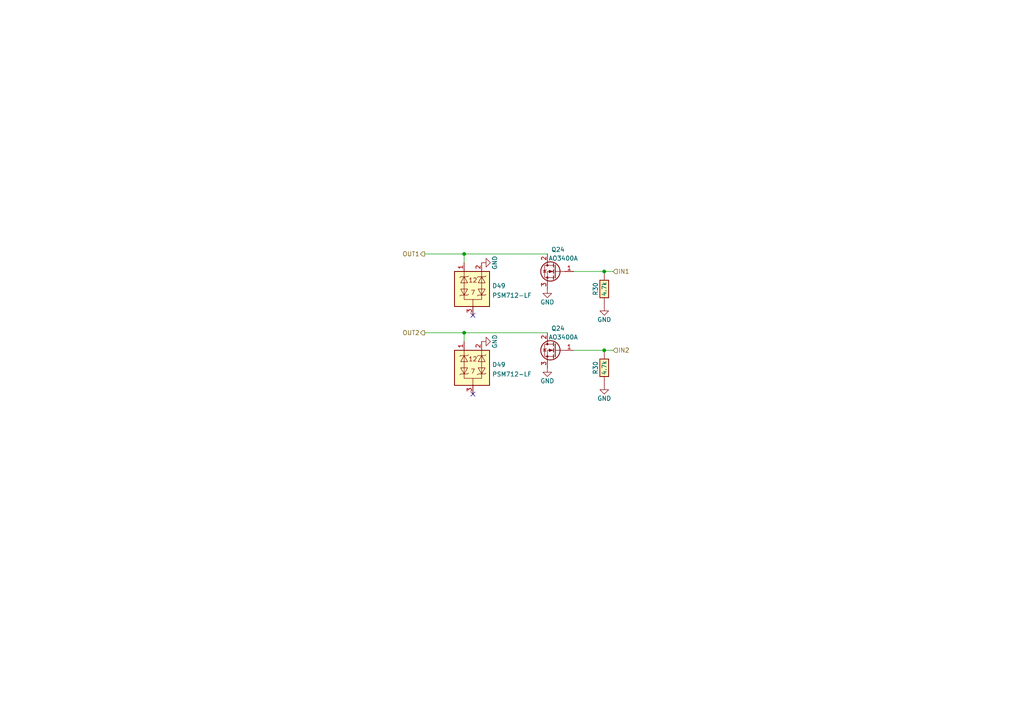
<source format=kicad_sch>
(kicad_sch (version 20230121) (generator eeschema)
  (paper "A4")
  (title_block (title "UAEF Low Side low current") (date "2023-11-01") (company "rusefi.com"))
  (lib_symbols
    (symbol "hellen-one-common:MOSFET-N" (pin_names hide)
      (property "Reference" "Q" (at 5.08 6.35 0))
      (property "Value" "MOSFET-N" (at 2.54 3.81 0))
      (symbol "MOSFET-N_0_1"
        (polyline (pts (xy 0.254 0) (xy -2.54 0)))
        (polyline (pts (xy 0.254 1.905) (xy 0.254 -1.905)) (stroke (width 0.254)))
        (polyline (pts (xy 0.762 -1.27) (xy 0.762 -2.286)) (stroke (width 0.254)))
        (polyline (pts (xy 0.762 0.508) (xy 0.762 -0.508)) (stroke (width 0.254)))
        (polyline (pts (xy 0.762 2.286) (xy 0.762 1.27)) (stroke (width 0.254)))
        (polyline (pts (xy 2.54 2.54) (xy 2.54 1.778)))
        (polyline (pts (xy 2.54 -2.54) (xy 2.54 0) (xy 0.762 0)))
        (polyline (pts (xy 0.762 -1.778) (xy 3.302 -1.778) (xy 3.302 1.778) (xy 0.762 1.778)))
        (polyline (pts (xy 1.016 0) (xy 2.032 0.381) (xy 2.032 -0.381) (xy 1.016 0)) (fill (type outline)))
        (polyline (pts (xy 2.794 0.508) (xy 2.921 0.381) (xy 3.683 0.381) (xy 3.81 0.254)))
        (polyline (pts (xy 3.302 0.381) (xy 2.921 -0.254) (xy 3.683 -0.254) (xy 3.302 0.381)))
        (circle (center 1.651 0) (radius 2.794) (stroke (width 0.254)))
        (circle (center 2.54 -1.778) (radius 0.254) (fill (type outline)))
        (circle (center 2.54 1.778) (radius 0.254) (fill (type outline)))
      )
      (symbol "MOSFET-N_1_1"
        (pin input line (at -5.08 0 0) (length 2.54) (name "G") (number "1"))
        (pin passive line (at 2.54 5.08 270) (length 2.54) (name "D") (number "2"))
        (pin passive line (at 2.54 -5.08 90) (length 2.54) (name "S") (number "3"))
      )
    )
    (symbol "hellen-one-common:PSM712"
      (property "Reference" "D?" (at 3.302 0.9085 0))
      (property "Value" "PSM712" (at 3.302 -1.8666 0))
      (symbol "PSM712_0_0"
        (text "12" (at -2.286 2.54 0) (effects (font (size 1.27 1.27))))
        (text "7" (at -2.286 -1.016 0) (effects (font (size 1.27 1.27))))
      )
      (symbol "PSM712_0_1"
        (rectangle (start -7.62 5.08) (end 2.54 -5.08) (stroke (width 0.254)) (fill (type background)))
        (polyline (pts (xy -4.826 5.08) (xy -4.826 -3.048) (xy -2.286 -3.048)) (stroke (width 0.1524)))
        (polyline (pts (xy -6.096 3.302) (xy -5.842 3.556) (xy -3.81 3.556) (xy -3.556 3.81)) (stroke (width 0.1524)))
        (polyline (pts (xy -4.826 -1.778) (xy -3.81 0) (xy -5.842 0) (xy -4.826 -1.778)) (stroke (width 0.1524)))
        (polyline (pts (xy -4.826 3.556) (xy -5.842 1.778) (xy -3.81 1.778) (xy -4.826 3.556)) (stroke (width 0.1524)))
        (polyline (pts (xy -3.556 -1.524) (xy -3.81 -1.778) (xy -5.842 -1.778) (xy -6.096 -2.032)) (stroke (width 0.1524)))
        (polyline (pts (xy -1.016 3.302) (xy -0.762 3.556) (xy 1.27 3.556) (xy 1.524 3.81)) (stroke (width 0.1524)))
        (polyline (pts (xy 0.254 -1.778) (xy 1.27 0) (xy -0.762 0) (xy 0.254 -1.778)) (stroke (width 0.1524)))
        (polyline (pts (xy 0.254 3.556) (xy -0.762 1.778) (xy 1.27 1.778) (xy 0.254 3.556)) (stroke (width 0.1524)))
        (polyline (pts (xy 0.254 5.08) (xy 0.254 -3.048) (xy -2.286 -3.048) (xy -2.286 -5.08)) (stroke (width 0.1524)))
        (polyline (pts (xy 1.524 -1.524) (xy 1.27 -1.778) (xy -0.762 -1.778) (xy -1.016 -2.032)) (stroke (width 0.1524)))
      )
      (symbol "PSM712_1_1"
        (pin passive line (at -4.826 7.62 270) (length 2.54) (name "") (number "1"))
        (pin passive line (at 0.254 7.62 270) (length 2.54) (name "") (number "2"))
        (pin passive line (at -2.286 -7.62 90) (length 2.54) (name "") (number "3"))
      )
    )
    (symbol "hellen-one-common:Res" (pin_numbers hide)
      (property "Reference" "R" (at 3.81 2.54 0))
      (property "Value" "Res" (at 5.08 -2.54 0))
      (symbol "Res_1_0"
        (rectangle (start 2.54 -1.27) (end 7.62 1.27) (stroke (width 0.254)) (fill (type background)))
        (pin passive line (at 0 0 0) (length 2.54) (name "") (number "1"))
        (pin passive line (at 10.16 0 180) (length 2.54) (name "") (number "2"))
      )
    )
    (symbol "power:GND" (power) (pin_names (offset 0))
      (property "Value" "GND" (at 0 -3.81 0))
      (symbol "GND_0_1"
        (polyline (pts (xy 0 0) (xy 0 -1.27) (xy 1.27 -1.27) (xy 0 -2.54) (xy -1.27 -1.27) (xy 0 -1.27)))
      )
      (symbol "GND_1_1"
        (pin power_in line (at 0 0 270) (length 0) hide (name "GND") (number "1"))
      )
    )
  )
  (junction (at 134.62 96.52))
  (junction (at 175.26 101.6))
  (junction (at 134.62 73.66))
  (junction (at 175.26 78.74))
  (no_connect (at 137.16 91.44))
  (no_connect (at 137.16 114.3))
  (wire (pts (xy 134.62 96.52) (xy 134.62 99.06)))
  (wire (pts (xy 175.26 101.6) (xy 177.8 101.6)))
  (wire (pts (xy 134.62 73.66) (xy 158.75 73.66)))
  (wire (pts (xy 123.19 73.66) (xy 134.62 73.66)))
  (wire (pts (xy 166.37 101.6) (xy 175.26 101.6)))
  (wire (pts (xy 134.62 73.66) (xy 134.62 76.2)))
  (wire (pts (xy 166.37 78.74) (xy 175.26 78.74)))
  (wire (pts (xy 123.19 96.52) (xy 134.62 96.52)))
  (wire (pts (xy 175.26 78.74) (xy 177.8 78.74)))
  (wire (pts (xy 134.62 96.52) (xy 158.75 96.52)))
  (hierarchical_label "OUT2" (shape output) (at 123.19 96.52 180))
  (hierarchical_label "IN2" (shape input) (at 177.8 101.6 0))
  (hierarchical_label "IN1" (shape input) (at 177.8 78.74 0))
  (hierarchical_label "OUT1" (shape output) (at 123.19 73.66 180))
  (symbol (lib_id "hellen-one-common:PSM712") (at 139.446 106.68 0) (unit 1)
    (property "Reference" "D49" (at 142.748 105.7715 0) (effects (justify left)))
    (property "Value" "PSM712-LF" (at 142.748 108.5466 0) (effects (justify left)))
    (property "Footprint" "hellen-one-common:SOT-23" (effects hide))
    (property "Datasheet" "https://datasheet.lcsc.com/lcsc/1811061632_ProTek-Devices-PSM712-LF-T7_C32677.pdf" (effects hide))
    (property "LCSC" "C32677" (effects hide))
    (instances (project "alphax_8ch" (path "" (reference "D49") (unit 1)) (path "" (reference "D82") (unit 1))) (project "uaeficopiedtovfr" (path "" (reference "D7") (unit 1))) (project "uaefi" (path "" (reference "D7") (unit 1))))
  )
  (symbol (lib_id "power:GND") (at 139.7 76.2 90) (mirror x) (unit 1)
    (property "Reference" "#PWR0140" (effects hide))
    (property "Value" "GND" (at 143.51 76.2 0))
    (instances (project "alphax_8ch" (path "" (reference "#PWR0140") (unit 1)) (path "" (reference "#PWR0152") (unit 1))) (project "uaeficopiedtovfr" (path "" (reference "#PWR075") (unit 1))) (project "uaefi" (path "" (reference "#PWR090") (unit 1))))
  )
  (symbol (lib_id "power:GND") (at 139.7 99.06 90) (mirror x) (unit 1)
    (property "Reference" "#PWR0140" (effects hide))
    (property "Value" "GND" (at 143.51 99.06 0))
    (instances (project "alphax_8ch" (path "" (reference "#PWR0140") (unit 1)) (path "" (reference "#PWR0152") (unit 1))) (project "uaeficopiedtovfr" (path "" (reference "#PWR076") (unit 1))) (project "uaefi" (path "" (reference "#PWR091") (unit 1))))
  )
  (symbol (lib_id "power:GND") (at 175.26 88.9 0) (unit 1)
    (property "Reference" "#PWR035" (effects hide))
    (property "Value" "GND" (at 175.26 92.71 0))
    (instances (project "alphax_8ch" (path "" (reference "#PWR035") (unit 1)) (path "" (reference "#PWR0165") (unit 1))) (project "uaeficopiedtovfr" (path "" (reference "#PWR079") (unit 1))) (project "uaefi" (path "" (reference "#PWR094") (unit 1))))
  )
  (symbol (lib_id "power:GND") (at 158.75 83.82 0) (mirror y) (unit 1)
    (property "Reference" "#PWR0123" (effects hide))
    (property "Value" "GND" (at 158.75 87.63 0))
    (instances (project "alphax_8ch" (path "" (reference "#PWR0123") (unit 1)) (path "" (reference "#PWR0156") (unit 1))) (project "uaeficopiedtovfr" (path "" (reference "#PWR077") (unit 1))) (project "uaefi" (path "" (reference "#PWR092") (unit 1))))
  )
  (symbol (lib_id "power:GND") (at 175.26 111.76 0) (unit 1)
    (property "Reference" "#PWR035" (effects hide))
    (property "Value" "GND" (at 175.26 115.57 0))
    (instances (project "alphax_8ch" (path "" (reference "#PWR035") (unit 1)) (path "" (reference "#PWR0165") (unit 1))) (project "uaeficopiedtovfr" (path "" (reference "#PWR080") (unit 1))) (project "uaefi" (path "" (reference "#PWR095") (unit 1))))
  )
  (symbol (lib_id "hellen-one-common:MOSFET-N") (at 161.29 78.74 0) (mirror y) (unit 1)
    (property "Reference" "Q24" (at 163.83 72.39 0) (effects (justify left)))
    (property "Value" "AO3400A" (at 167.64 74.93 0) (effects (justify left)))
    (property "Footprint" "hellen-one-common:SOT-23" (effects hide))
    (property "LCSC" " C20917" (effects hide))
    (instances (project "alphax_8ch" (path "" (reference "Q24") (unit 1)) (path "" (reference "Q26") (unit 1))) (project "uaeficopiedtovfr" (path "" (reference "Q11") (unit 1))) (project "uaefi" (path "" (reference "Q5") (unit 1))))
  )
  (symbol (lib_id "hellen-one-common:MOSFET-N") (at 161.29 101.6 0) (mirror y) (unit 1)
    (property "Reference" "Q24" (at 163.83 95.25 0) (effects (justify left)))
    (property "Value" "AO3400A" (at 167.64 97.79 0) (effects (justify left)))
    (property "Footprint" "hellen-one-common:SOT-23" (effects hide))
    (property "LCSC" " C20917" (effects hide))
    (instances (project "alphax_8ch" (path "" (reference "Q24") (unit 1)) (path "" (reference "Q26") (unit 1))) (project "uaeficopiedtovfr" (path "" (reference "Q12") (unit 1))) (project "uaefi" (path "" (reference "Q6") (unit 1))))
  )
  (symbol (lib_id "hellen-one-common:Res") (at 175.26 78.74 90) (mirror x) (unit 1)
    (property "Reference" "R30" (at 172.72 83.82 0))
    (property "Value" "4.7k" (at 175.26 83.82 0))
    (property "Footprint" "hellen-one-common:R0603" (effects hide))
    (property "LCSC" "C23162" (effects hide))
    (instances (project "alphax_8ch" (path "" (reference "R30") (unit 1)) (path "" (reference "R68") (unit 1))) (project "uaeficopiedtovfr" (path "" (reference "R25") (unit 1))) (project "uaefi" (path "" (reference "R15") (unit 1))))
  )
  (symbol (lib_id "hellen-one-common:Res") (at 175.26 101.6 90) (mirror x) (unit 1)
    (property "Reference" "R30" (at 172.72 106.68 0))
    (property "Value" "4.7k" (at 175.26 106.68 0))
    (property "Footprint" "hellen-one-common:R0603" (effects hide))
    (property "LCSC" "C23162" (effects hide))
    (instances (project "alphax_8ch" (path "" (reference "R30") (unit 1)) (path "" (reference "R68") (unit 1))) (project "uaeficopiedtovfr" (path "" (reference "R26") (unit 1))) (project "uaefi" (path "" (reference "R16") (unit 1))))
  )
  (symbol (lib_id "hellen-one-common:PSM712") (at 139.446 83.82 0) (unit 1)
    (property "Reference" "D49" (at 142.748 82.9115 0) (effects (justify left)))
    (property "Value" "PSM712-LF" (at 142.748 85.6866 0) (effects (justify left)))
    (property "Footprint" "hellen-one-common:SOT-23" (effects hide))
    (property "Datasheet" "https://datasheet.lcsc.com/lcsc/1811061632_ProTek-Devices-PSM712-LF-T7_C32677.pdf" (effects hide))
    (property "LCSC" "C32677" (effects hide))
    (instances (project "alphax_8ch" (path "" (reference "D49") (unit 1)) (path "" (reference "D82") (unit 1))) (project "uaeficopiedtovfr" (path "" (reference "D6") (unit 1))) (project "uaefi" (path "" (reference "D6") (unit 1))))
  )
  (symbol (lib_id "power:GND") (at 158.75 106.68 0) (mirror y) (unit 1)
    (property "Reference" "#PWR0123" (effects hide))
    (property "Value" "GND" (at 158.75 110.49 0))
    (instances (project "alphax_8ch" (path "" (reference "#PWR0123") (unit 1)) (path "" (reference "#PWR0156") (unit 1))) (project "uaeficopiedtovfr" (path "" (reference "#PWR078") (unit 1))) (project "uaefi" (path "" (reference "#PWR093") (unit 1))))
  )
)
</source>
